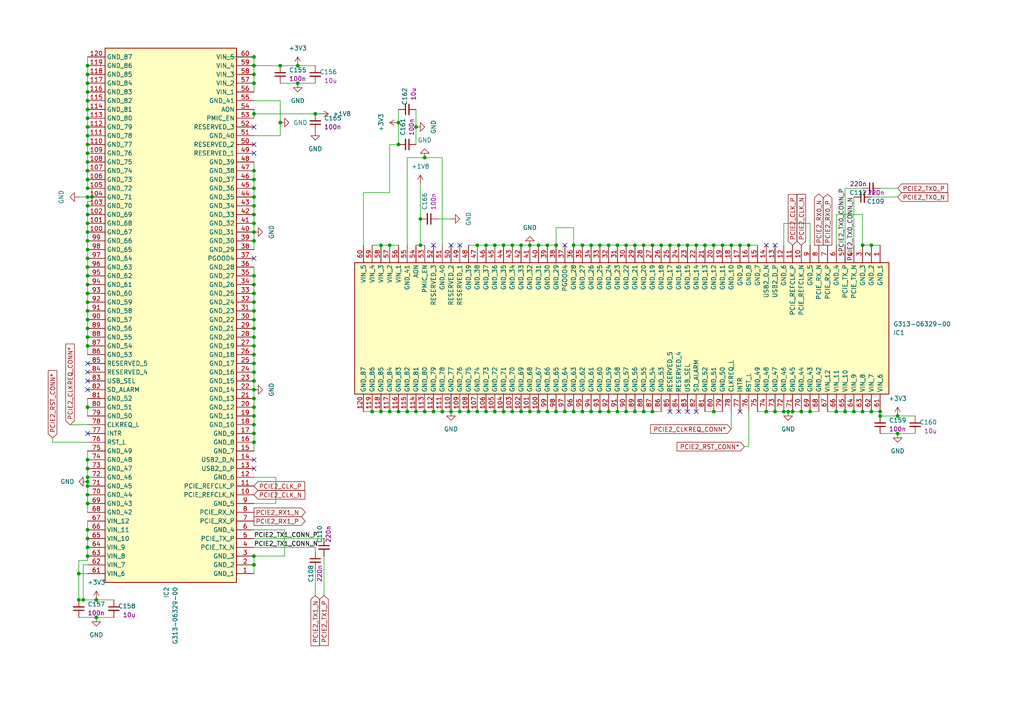
<source format=kicad_sch>
(kicad_sch (version 20231120) (generator "eeschema") (generator_version "8.0")
  (paper "A4")
  (lib_symbols
    (symbol "SamacSys_Parts:G313-06329-00"
      (property "Reference" "IC" (at 44.45 7.62 0))
      (property "Value" "G313-06329-00" (at 44.45 5.08 0))
      (symbol "G313-06329-00_1_1"
        (rectangle (start 5.08 2.54) (end 43.18 -152.4) (stroke (width 0.254)) (fill (type background)))
        (pin passive line (at 0 0 0) (length 5.08) (name "GND_1") (number "1"))
        (pin passive line (at 0 -22.86 0) (length 5.08) (name "PCIE_REFCLK_N") (number "10"))
        (pin passive line (at 48.26 -99.06 180) (length 5.08) (name "GND_67") (number "100"))
        (pin passive line (at 48.26 -101.6 180) (length 5.08) (name "GND_68") (number "101"))
        (pin passive line (at 48.26 -104.14 180) (length 5.08) (name "GND_69") (number "102"))
        (pin passive line (at 48.26 -106.68 180) (length 5.08) (name "GND_70") (number "103"))
        (pin passive line (at 48.26 -109.22 180) (length 5.08) (name "GND_71") (number "104"))
        (pin passive line (at 48.26 -111.76 180) (length 5.08) (name "GND_72") (number "105"))
        (pin passive line (at 48.26 -114.3 180) (length 5.08) (name "GND_73") (number "106"))
        (pin passive line (at 48.26 -116.84 180) (length 5.08) (name "GND_74") (number "107"))
        (pin passive line (at 48.26 -119.38 180) (length 5.08) (name "GND_75") (number "108"))
        (pin passive line (at 48.26 -121.92 180) (length 5.08) (name "GND_76") (number "109"))
        (pin passive line (at 0 -25.4 0) (length 5.08) (name "PCIE_REFCLK_P") (number "11"))
        (pin passive line (at 48.26 -124.46 180) (length 5.08) (name "GND_77") (number "110"))
        (pin passive line (at 48.26 -127 180) (length 5.08) (name "GND_78") (number "111"))
        (pin passive line (at 48.26 -129.54 180) (length 5.08) (name "GND_79") (number "112"))
        (pin passive line (at 48.26 -132.08 180) (length 5.08) (name "GND_80") (number "113"))
        (pin passive line (at 48.26 -134.62 180) (length 5.08) (name "GND_81") (number "114"))
        (pin passive line (at 48.26 -137.16 180) (length 5.08) (name "GND_82") (number "115"))
        (pin passive line (at 48.26 -139.7 180) (length 5.08) (name "GND_83") (number "116"))
        (pin passive line (at 48.26 -142.24 180) (length 5.08) (name "GND_84") (number "117"))
        (pin passive line (at 48.26 -144.78 180) (length 5.08) (name "GND_85") (number "118"))
        (pin passive line (at 48.26 -147.32 180) (length 5.08) (name "GND_86") (number "119"))
        (pin passive line (at 0 -27.94 0) (length 5.08) (name "GND_6") (number "12"))
        (pin passive line (at 48.26 -149.86 180) (length 5.08) (name "GND_87") (number "120"))
        (pin passive line (at 0 -30.48 0) (length 5.08) (name "USB2_D_P") (number "13"))
        (pin passive line (at 0 -33.02 0) (length 5.08) (name "USB2_D_N") (number "14"))
        (pin passive line (at 0 -35.56 0) (length 5.08) (name "GND_7") (number "15"))
        (pin passive line (at 0 -38.1 0) (length 5.08) (name "GND_8") (number "16"))
        (pin passive line (at 0 -40.64 0) (length 5.08) (name "GND_9") (number "17"))
        (pin passive line (at 0 -43.18 0) (length 5.08) (name "GND_10") (number "18"))
        (pin passive line (at 0 -45.72 0) (length 5.08) (name "GND_11") (number "19"))
        (pin passive line (at 0 -2.54 0) (length 5.08) (name "GND_2") (number "2"))
        (pin passive line (at 0 -48.26 0) (length 5.08) (name "GND_12") (number "20"))
        (pin passive line (at 0 -50.8 0) (length 5.08) (name "GND_13") (number "21"))
        (pin passive line (at 0 -53.34 0) (length 5.08) (name "GND_14") (number "22"))
        (pin passive line (at 0 -55.88 0) (length 5.08) (name "GND_15") (number "23"))
        (pin passive line (at 0 -58.42 0) (length 5.08) (name "GND_16") (number "24"))
        (pin passive line (at 0 -60.96 0) (length 5.08) (name "GND_17") (number "25"))
        (pin passive line (at 0 -63.5 0) (length 5.08) (name "GND_18") (number "26"))
        (pin passive line (at 0 -66.04 0) (length 5.08) (name "GND_19") (number "27"))
        (pin passive line (at 0 -68.58 0) (length 5.08) (name "GND_20") (number "28"))
        (pin passive line (at 0 -71.12 0) (length 5.08) (name "GND_21") (number "29"))
        (pin passive line (at 0 -5.08 0) (length 5.08) (name "GND_3") (number "3"))
        (pin passive line (at 0 -73.66 0) (length 5.08) (name "GND_22") (number "30"))
        (pin passive line (at 0 -76.2 0) (length 5.08) (name "GND_23") (number "31"))
        (pin passive line (at 0 -78.74 0) (length 5.08) (name "GND_24") (number "32"))
        (pin passive line (at 0 -81.28 0) (length 5.08) (name "GND_25") (number "33"))
        (pin passive line (at 0 -83.82 0) (length 5.08) (name "GND_26") (number "34"))
        (pin passive line (at 0 -86.36 0) (length 5.08) (name "GND_27") (number "35"))
        (pin passive line (at 0 -88.9 0) (length 5.08) (name "GND_28") (number "36"))
        (pin passive line (at 0 -91.44 0) (length 5.08) (name "PGOOD4") (number "37"))
        (pin passive line (at 0 -93.98 0) (length 5.08) (name "GND_29") (number "38"))
        (pin passive line (at 0 -96.52 0) (length 5.08) (name "GND_30") (number "39"))
        (pin passive line (at 0 -7.62 0) (length 5.08) (name "PCIE_TX_N") (number "4"))
        (pin passive line (at 0 -99.06 0) (length 5.08) (name "GND_31") (number "40"))
        (pin passive line (at 0 -101.6 0) (length 5.08) (name "GND_32") (number "41"))
        (pin passive line (at 0 -104.14 0) (length 5.08) (name "GND_33") (number "42"))
        (pin passive line (at 0 -106.68 0) (length 5.08) (name "GND_34") (number "43"))
        (pin passive line (at 0 -109.22 0) (length 5.08) (name "GND_35") (number "44"))
        (pin passive line (at 0 -111.76 0) (length 5.08) (name "GND_36") (number "45"))
        (pin passive line (at 0 -114.3 0) (length 5.08) (name "GND_37") (number "46"))
        (pin passive line (at 0 -116.84 0) (length 5.08) (name "GND_38") (number "47"))
        (pin passive line (at 0 -119.38 0) (length 5.08) (name "GND_39") (number "48"))
        (pin passive line (at 0 -121.92 0) (length 5.08) (name "RESERVED_1") (number "49"))
        (pin passive line (at 0 -10.16 0) (length 5.08) (name "PCIE_TX_P") (number "5"))
        (pin passive line (at 0 -124.46 0) (length 5.08) (name "RESERVED_2") (number "50"))
        (pin passive line (at 0 -127 0) (length 5.08) (name "GND_40") (number "51"))
        (pin passive line (at 0 -129.54 0) (length 5.08) (name "RESERVED_3") (number "52"))
        (pin passive line (at 0 -132.08 0) (length 5.08) (name "PMIC_EN") (number "53"))
        (pin passive line (at 0 -134.62 0) (length 5.08) (name "AON") (number "54"))
        (pin passive line (at 0 -137.16 0) (length 5.08) (name "GND_41") (number "55"))
        (pin passive line (at 0 -139.7 0) (length 5.08) (name "VIN_1") (number "56"))
        (pin passive line (at 0 -142.24 0) (length 5.08) (name "VIN_2") (number "57"))
        (pin passive line (at 0 -144.78 0) (length 5.08) (name "VIN_3") (number "58"))
        (pin passive line (at 0 -147.32 0) (length 5.08) (name "VIN_4") (number "59"))
        (pin passive line (at 0 -12.7 0) (length 5.08) (name "GND_4") (number "6"))
        (pin passive line (at 0 -149.86 0) (length 5.08) (name "VIN_5") (number "60"))
        (pin passive line (at 48.26 0 180) (length 5.08) (name "VIN_6") (number "61"))
        (pin passive line (at 48.26 -2.54 180) (length 5.08) (name "VIN_7") (number "62"))
        (pin passive line (at 48.26 -5.08 180) (length 5.08) (name "VIN_8") (number "63"))
        (pin passive line (at 48.26 -7.62 180) (length 5.08) (name "VIN_9") (number "64"))
        (pin passive line (at 48.26 -10.16 180) (length 5.08) (name "VIN_10") (number "65"))
        (pin passive line (at 48.26 -12.7 180) (length 5.08) (name "VIN_11") (number "66"))
        (pin passive line (at 48.26 -15.24 180) (length 5.08) (name "VIN_12") (number "67"))
        (pin passive line (at 48.26 -17.78 180) (length 5.08) (name "GND_42") (number "68"))
        (pin passive line (at 48.26 -20.32 180) (length 5.08) (name "GND_43") (number "69"))
        (pin passive line (at 0 -15.24 0) (length 5.08) (name "PCIE_RX_P") (number "7"))
        (pin passive line (at 48.26 -22.86 180) (length 5.08) (name "GND_44") (number "70"))
        (pin passive line (at 48.26 -25.4 180) (length 5.08) (name "GND_45") (number "71"))
        (pin passive line (at 48.26 -27.94 180) (length 5.08) (name "GND_46") (number "72"))
        (pin passive line (at 48.26 -30.48 180) (length 5.08) (name "GND_47") (number "73"))
        (pin passive line (at 48.26 -33.02 180) (length 5.08) (name "GND_48") (number "74"))
        (pin passive line (at 48.26 -35.56 180) (length 5.08) (name "GND_49") (number "75"))
        (pin passive line (at 48.26 -38.1 180) (length 5.08) (name "RST_L") (number "76"))
        (pin passive line (at 48.26 -40.64 180) (length 5.08) (name "INTR") (number "77"))
        (pin passive line (at 48.26 -43.18 180) (length 5.08) (name "CLKREQ_L") (number "78"))
        (pin passive line (at 48.26 -45.72 180) (length 5.08) (name "GND_50") (number "79"))
        (pin passive line (at 0 -17.78 0) (length 5.08) (name "PCIE_RX_N") (number "8"))
        (pin passive line (at 48.26 -48.26 180) (length 5.08) (name "GND_51") (number "80"))
        (pin passive line (at 48.26 -50.8 180) (length 5.08) (name "GND_52") (number "81"))
        (pin passive line (at 48.26 -53.34 180) (length 5.08) (name "SD_ALARM") (number "82"))
        (pin passive line (at 48.26 -55.88 180) (length 5.08) (name "USB_SEL") (number "83"))
        (pin passive line (at 48.26 -58.42 180) (length 5.08) (name "RESERVED_4") (number "84"))
        (pin passive line (at 48.26 -60.96 180) (length 5.08) (name "RESERVED_5") (number "85"))
        (pin passive line (at 48.26 -63.5 180) (length 5.08) (name "GND_53") (number "86"))
        (pin passive line (at 48.26 -66.04 180) (length 5.08) (name "GND_54") (number "87"))
        (pin passive line (at 48.26 -68.58 180) (length 5.08) (name "GND_55") (number "88"))
        (pin passive line (at 48.26 -71.12 180) (length 5.08) (name "GND_56") (number "89"))
        (pin passive line (at 0 -20.32 0) (length 5.08) (name "GND_5") (number "9"))
        (pin passive line (at 48.26 -73.66 180) (length 5.08) (name "GND_57") (number "90"))
        (pin passive line (at 48.26 -76.2 180) (length 5.08) (name "GND_58") (number "91"))
        (pin passive line (at 48.26 -78.74 180) (length 5.08) (name "GND_59") (number "92"))
        (pin passive line (at 48.26 -81.28 180) (length 5.08) (name "GND_60") (number "93"))
        (pin passive line (at 48.26 -83.82 180) (length 5.08) (name "GND_61") (number "94"))
        (pin passive line (at 48.26 -86.36 180) (length 5.08) (name "GND_62") (number "95"))
        (pin passive line (at 48.26 -88.9 180) (length 5.08) (name "GND_63") (number "96"))
        (pin passive line (at 48.26 -91.44 180) (length 5.08) (name "GND_64") (number "97"))
        (pin passive line (at 48.26 -93.98 180) (length 5.08) (name "GND_65") (number "98"))
        (pin passive line (at 48.26 -96.52 180) (length 5.08) (name "GND_66") (number "99"))
      )
    )
    (symbol "jetson-orin-baseboard:+3V3" (power) (pin_numbers hide) (pin_names hide)
      (property "Value" "+3V3" (at -3.175 2.54 0))
      (symbol "+3V3_0_1"
        (polyline (pts (xy 0 0) (xy 0 2.54)))
        (polyline (pts (xy 0 2.54) (xy -0.762 1.27)))
        (polyline (pts (xy 0 2.54) (xy 0.762 1.27)))
      )
      (symbol "+3V3_1_1"
        (pin power_in line (at 0 0 90) (length 0) hide (name "+3V3") (number "1"))
      )
    )
    (symbol "jetson-orin-baseboard:C_100n_0402" (pin_numbers hide) (pin_names hide)
      (property "Reference" "C" (at 20.32 -5.08 0))
      (property "Val" "100n" (at 20.32 -7.62 0))
      (symbol "C_100n_0402_0_1"
        (polyline (pts (xy 2.032 -1.524) (xy 2.032 1.524)) (stroke (width 0.3048)))
        (polyline (pts (xy 3.048 -1.524) (xy 3.048 1.524)) (stroke (width 0.3302)))
      )
      (symbol "C_100n_0402_1_1"
        (pin passive line (at 0 0 0) (length 2.032) (name "~") (number "1"))
        (pin passive line (at 5.08 0 180) (length 2.032) (name "~") (number "2"))
      )
    )
    (symbol "jetson-orin-baseboard:C_10u_0603" (pin_numbers hide) (pin_names hide)
      (property "Reference" "C" (at 20.32 -5.08 0))
      (property "Val" "10u" (at 20.32 -7.62 0))
      (symbol "C_10u_0603_0_1"
        (polyline (pts (xy 2.032 -1.524) (xy 2.032 1.524)) (stroke (width 0.3048)))
        (polyline (pts (xy 3.048 -1.524) (xy 3.048 1.524)) (stroke (width 0.3302)))
      )
      (symbol "C_10u_0603_1_1"
        (pin passive line (at 0 0 0) (length 2.032) (name "~") (number "1"))
        (pin passive line (at 5.08 0 180) (length 2.032) (name "~") (number "2"))
      )
    )
    (symbol "jetson-orin-baseboard:C_220n_0402" (pin_numbers hide) (pin_names hide)
      (property "Reference" "C" (at 20.32 -5.08 0))
      (property "Val" "220n" (at 20.32 -7.62 0))
      (symbol "C_220n_0402_0_1"
        (polyline (pts (xy 2.032 -1.524) (xy 2.032 1.524)) (stroke (width 0.3048)))
        (polyline (pts (xy 3.048 -1.524) (xy 3.048 1.524)) (stroke (width 0.3302)))
      )
      (symbol "C_220n_0402_1_1"
        (pin passive line (at 0 0 0) (length 2.032) (name "~") (number "1"))
        (pin passive line (at 5.08 0 180) (length 2.032) (name "~") (number "2"))
      )
    )
    (symbol "power:+1V8" (power) (pin_numbers hide) (pin_names (offset 0) hide)
      (property "Value" "+1V8" (at 0 3.556 0))
      (symbol "+1V8_0_1"
        (polyline (pts (xy -0.762 1.27) (xy 0 2.54)))
        (polyline (pts (xy 0 0) (xy 0 2.54)))
        (polyline (pts (xy 0 2.54) (xy 0.762 1.27)))
      )
      (symbol "+1V8_1_1"
        (pin power_in line (at 0 0 90) (length 0) (name "~") (number "1"))
      )
    )
    (symbol "power:GND" (power) (pin_numbers hide) (pin_names (offset 0) hide)
      (property "Value" "GND" (at 0 -3.81 0))
      (symbol "GND_0_1"
        (polyline (pts (xy 0 0) (xy 0 -1.27) (xy 1.27 -1.27) (xy 0 -2.54) (xy -1.27 -1.27) (xy 0 -1.27)))
      )
      (symbol "GND_1_1"
        (pin power_in line (at 0 0 270) (length 0) (name "~") (number "1"))
      )
    )
  )
  (junction (at 73.66 90.17))
  (junction (at 24.13 173.99))
  (junction (at 148.59 119.38))
  (junction (at 25.4 34.29))
  (junction (at 73.66 19.05))
  (junction (at 176.53 71.12))
  (junction (at 25.4 41.91))
  (junction (at 25.4 69.85))
  (junction (at 25.4 52.07))
  (junction (at 168.91 71.12))
  (junction (at 86.36 19.05))
  (junction (at 189.23 71.12))
  (junction (at 252.73 71.12))
  (junction (at 133.35 119.38))
  (junction (at 242.57 119.38))
  (junction (at 176.53 119.38))
  (junction (at 25.4 146.05))
  (junction (at 73.66 87.63))
  (junction (at 73.66 113.03))
  (junction (at 25.4 19.05))
  (junction (at 227.33 119.38))
  (junction (at 107.95 119.38))
  (junction (at 204.47 71.12))
  (junction (at 260.35 125.73))
  (junction (at 140.97 71.12))
  (junction (at 73.66 161.29))
  (junction (at 143.51 119.38))
  (junction (at 25.4 87.63))
  (junction (at 25.4 95.25))
  (junction (at 118.11 119.38))
  (junction (at 252.73 119.38))
  (junction (at 228.6 119.38))
  (junction (at 25.4 153.67))
  (junction (at 173.99 71.12))
  (junction (at 217.17 71.12))
  (junction (at 25.4 29.21))
  (junction (at 25.4 161.29))
  (junction (at 115.57 41.91))
  (junction (at 161.29 71.12))
  (junction (at 151.13 119.38))
  (junction (at 151.13 71.12))
  (junction (at 22.86 173.99))
  (junction (at 138.43 71.12))
  (junction (at 73.66 97.79))
  (junction (at 73.66 95.25))
  (junction (at 146.05 119.38))
  (junction (at 25.4 100.33))
  (junction (at 194.31 71.12))
  (junction (at 234.95 119.38))
  (junction (at 214.63 71.12))
  (junction (at 73.66 163.83))
  (junction (at 25.4 140.97))
  (junction (at 73.66 59.69))
  (junction (at 120.65 36.83))
  (junction (at 260.35 120.65))
  (junction (at 25.4 138.43))
  (junction (at 158.75 71.12))
  (junction (at 25.4 80.01))
  (junction (at 207.01 71.12))
  (junction (at 25.4 97.79))
  (junction (at 25.4 135.89))
  (junction (at 181.61 71.12))
  (junction (at 25.4 64.77))
  (junction (at 212.09 71.12))
  (junction (at 181.61 119.38))
  (junction (at 22.86 166.37))
  (junction (at 201.93 71.12))
  (junction (at 25.4 59.69))
  (junction (at 25.4 31.75))
  (junction (at 73.66 80.01))
  (junction (at 73.66 21.59))
  (junction (at 123.19 45.72))
  (junction (at 25.4 46.99))
  (junction (at 27.94 173.99))
  (junction (at 245.11 119.38))
  (junction (at 113.03 119.38))
  (junction (at 25.4 72.39))
  (junction (at 110.49 119.38))
  (junction (at 73.66 128.27))
  (junction (at 140.97 119.38))
  (junction (at 196.85 71.12))
  (junction (at 184.15 71.12))
  (junction (at 247.65 119.38))
  (junction (at 73.66 49.53))
  (junction (at 25.4 90.17))
  (junction (at 250.19 119.38))
  (junction (at 143.51 71.12))
  (junction (at 161.29 119.38))
  (junction (at 91.44 33.02))
  (junction (at 73.66 69.85))
  (junction (at 115.57 119.38))
  (junction (at 130.81 119.38))
  (junction (at 168.91 119.38))
  (junction (at 27.94 179.07))
  (junction (at 73.66 125.73))
  (junction (at 189.23 119.38))
  (junction (at 153.67 71.12))
  (junction (at 158.75 119.38))
  (junction (at 73.66 118.11))
  (junction (at 26.67 57.15))
  (junction (at 125.73 119.38))
  (junction (at 209.55 71.12))
  (junction (at 25.4 118.11))
  (junction (at 73.66 33.02))
  (junction (at 25.4 54.61))
  (junction (at 110.49 71.12))
  (junction (at 207.01 119.38))
  (junction (at 186.69 119.38))
  (junction (at 25.4 57.15))
  (junction (at 73.66 105.41))
  (junction (at 25.4 36.83))
  (junction (at 25.4 44.45))
  (junction (at 73.66 82.55))
  (junction (at 25.4 62.23))
  (junction (at 166.37 71.12))
  (junction (at 250.19 71.12))
  (junction (at 25.4 92.71))
  (junction (at 81.28 19.05))
  (junction (at 173.99 119.38))
  (junction (at 81.28 35.56))
  (junction (at 184.15 119.38))
  (junction (at 135.89 119.38))
  (junction (at 121.92 71.12))
  (junction (at 123.19 119.38))
  (junction (at 25.4 26.67))
  (junction (at 148.59 71.12))
  (junction (at 121.92 63.5))
  (junction (at 224.79 119.38))
  (junction (at 73.66 52.07))
  (junction (at 25.4 139.7))
  (junction (at 179.07 119.38))
  (junction (at 73.66 16.51))
  (junction (at 232.41 119.38))
  (junction (at 73.66 24.13))
  (junction (at 73.66 107.95))
  (junction (at 156.21 119.38))
  (junction (at 25.4 67.31))
  (junction (at 25.4 77.47))
  (junction (at 25.4 49.53))
  (junction (at 73.66 110.49))
  (junction (at 146.05 71.12))
  (junction (at 222.25 119.38))
  (junction (at 25.4 158.75))
  (junction (at 171.45 71.12))
  (junction (at 156.21 71.12))
  (junction (at 73.66 100.33))
  (junction (at 25.4 21.59))
  (junction (at 25.4 39.37))
  (junction (at 73.66 115.57))
  (junction (at 73.66 120.65))
  (junction (at 25.4 74.93))
  (junction (at 73.66 62.23))
  (junction (at 73.66 57.15))
  (junction (at 138.43 119.38))
  (junction (at 73.66 92.71))
  (junction (at 73.66 64.77))
  (junction (at 186.69 71.12))
  (junction (at 128.27 119.38))
  (junction (at 153.67 119.38))
  (junction (at 25.4 156.21))
  (junction (at 163.83 119.38))
  (junction (at 73.66 54.61))
  (junction (at 73.66 102.87))
  (junction (at 229.87 119.38))
  (junction (at 86.36 24.13))
  (junction (at 115.57 35.56))
  (junction (at 171.45 119.38))
  (junction (at 25.4 85.09))
  (junction (at 113.03 71.12))
  (junction (at 191.77 71.12))
  (junction (at 73.66 67.31))
  (junction (at 255.27 119.38))
  (junction (at 25.4 24.13))
  (junction (at 25.4 82.55))
  (junction (at 166.37 119.38))
  (junction (at 73.66 85.09))
  (junction (at 179.07 71.12))
  (junction (at 25.4 133.35))
  (junction (at 73.66 123.19))
  (junction (at 255.27 120.65))
  (junction (at 25.4 143.51))
  (junction (at 120.65 119.38))
  (junction (at 199.39 71.12))
  (no_connect (at 73.66 133.35))
  (no_connect (at 194.31 119.38))
  (no_connect (at 201.93 119.38))
  (no_connect (at 25.4 105.41))
  (no_connect (at 73.66 74.93))
  (no_connect (at 73.66 36.83))
  (no_connect (at 133.35 71.12))
  (no_connect (at 214.63 119.38))
  (no_connect (at 73.66 41.91))
  (no_connect (at 25.4 107.95))
  (no_connect (at 25.4 113.03))
  (no_connect (at 222.25 71.12))
  (no_connect (at 73.66 135.89))
  (no_connect (at 25.4 110.49))
  (no_connect (at 125.73 71.12))
  (no_connect (at 224.79 71.12))
  (no_connect (at 130.81 71.12))
  (no_connect (at 25.4 125.73))
  (no_connect (at 196.85 119.38))
  (no_connect (at 163.83 71.12))
  (no_connect (at 73.66 44.45))
  (no_connect (at 199.39 119.38))
  (wire (pts (xy 168.91 71.12) (xy 166.37 71.12)))
  (wire (pts (xy 73.66 21.59) (xy 73.66 24.13)))
  (wire (pts (xy 25.4 87.63) (xy 25.4 85.09)))
  (wire (pts (xy 115.57 71.12) (xy 113.03 71.12)))
  (wire (pts (xy 25.4 140.97) (xy 25.4 139.7)))
  (wire (pts (xy 25.4 24.13) (xy 25.4 21.59)))
  (wire (pts (xy 25.4 100.33) (xy 25.4 97.79)))
  (wire (pts (xy 107.95 119.38) (xy 105.41 119.38)))
  (wire (pts (xy 73.66 57.15) (xy 73.66 54.61)))
  (wire (pts (xy 25.4 62.23) (xy 25.4 59.69)))
  (wire (pts (xy 86.36 19.05) (xy 91.44 19.05)))
  (wire (pts (xy 255.27 71.12) (xy 252.73 71.12)))
  (wire (pts (xy 25.4 19.05) (xy 25.4 16.51)))
  (wire (pts (xy 15.24 128.27) (xy 15.24 127)))
  (wire (pts (xy 73.66 102.87) (xy 73.66 100.33)))
  (wire (pts (xy 64.77 16.51) (xy 73.66 16.51)))
  (wire (pts (xy 25.4 21.59) (xy 25.4 19.05)))
  (wire (pts (xy 151.13 71.12) (xy 148.59 71.12)))
  (wire (pts (xy 25.4 67.31) (xy 25.4 64.77)))
  (wire (pts (xy 140.97 71.12) (xy 138.43 71.12)))
  (wire (pts (xy 92.71 33.02) (xy 91.44 33.02)))
  (wire (pts (xy 166.37 66.04) (xy 166.37 71.12)))
  (wire (pts (xy 25.4 29.21) (xy 25.4 26.67)))
  (wire (pts (xy 25.4 158.75) (xy 25.4 156.21)))
  (wire (pts (xy 20.32 123.19) (xy 25.4 123.19)))
  (wire (pts (xy 113.03 71.12) (xy 110.49 71.12)))
  (wire (pts (xy 25.4 77.47) (xy 25.4 74.93)))
  (wire (pts (xy 25.4 85.09) (xy 25.4 82.55)))
  (wire (pts (xy 25.4 128.27) (xy 15.24 128.27)))
  (wire (pts (xy 191.77 119.38) (xy 189.23 119.38)))
  (wire (pts (xy 73.66 128.27) (xy 73.66 125.73)))
  (wire (pts (xy 184.15 119.38) (xy 181.61 119.38)))
  (wire (pts (xy 128.27 45.72) (xy 123.19 45.72)))
  (wire (pts (xy 73.66 138.43) (xy 80.01 138.43)))
  (wire (pts (xy 163.83 119.38) (xy 161.29 119.38)))
  (wire (pts (xy 25.4 80.01) (xy 25.4 77.47)))
  (wire (pts (xy 25.4 162.56) (xy 25.4 161.29)))
  (wire (pts (xy 22.86 166.37) (xy 22.86 173.99)))
  (wire (pts (xy 25.4 36.83) (xy 25.4 34.29)))
  (wire (pts (xy 80.01 146.05) (xy 73.66 146.05)))
  (wire (pts (xy 255.27 125.73) (xy 260.35 125.73)))
  (wire (pts (xy 25.4 139.7) (xy 25.4 138.43)))
  (wire (pts (xy 146.05 119.38) (xy 143.51 119.38)))
  (wire (pts (xy 161.29 66.04) (xy 161.29 71.12)))
  (wire (pts (xy 73.66 107.95) (xy 73.66 105.41)))
  (wire (pts (xy 25.4 31.75) (xy 25.4 29.21)))
  (wire (pts (xy 25.4 54.61) (xy 25.4 52.07)))
  (wire (pts (xy 25.4 135.89) (xy 25.4 133.35)))
  (wire (pts (xy 118.11 45.72) (xy 118.11 71.12)))
  (wire (pts (xy 212.09 71.12) (xy 209.55 71.12)))
  (wire (pts (xy 73.66 130.81) (xy 73.66 128.27)))
  (wire (pts (xy 25.4 153.67) (xy 25.4 151.13)))
  (wire (pts (xy 27.94 173.99) (xy 33.02 173.99)))
  (wire (pts (xy 25.4 90.17) (xy 25.4 87.63)))
  (wire (pts (xy 171.45 119.38) (xy 168.91 119.38)))
  (wire (pts (xy 73.66 87.63) (xy 73.66 85.09)))
  (wire (pts (xy 73.66 125.73) (xy 73.66 123.19)))
  (wire (pts (xy 260.35 54.61) (xy 255.27 54.61)))
  (wire (pts (xy 25.4 138.43) (xy 25.4 135.89)))
  (wire (pts (xy 173.99 119.38) (xy 171.45 119.38)))
  (wire (pts (xy 179.07 71.12) (xy 176.53 71.12)))
  (wire (pts (xy 252.73 71.12) (xy 250.19 71.12)))
  (wire (pts (xy 227.33 64.77) (xy 234.95 64.77)))
  (wire (pts (xy 73.66 92.71) (xy 73.66 90.17)))
  (wire (pts (xy 234.95 64.77) (xy 234.95 71.12)))
  (wire (pts (xy 121.92 53.34) (xy 121.92 63.5)))
  (wire (pts (xy 207.01 119.38) (xy 204.47 119.38)))
  (wire (pts (xy 140.97 119.38) (xy 138.43 119.38)))
  (wire (pts (xy 81.28 19.05) (xy 86.36 19.05)))
  (wire (pts (xy 93.98 172.72) (xy 93.98 161.29)))
  (wire (pts (xy 24.13 173.99) (xy 27.94 173.99)))
  (wire (pts (xy 194.31 71.12) (xy 191.77 71.12)))
  (wire (pts (xy 25.4 133.35) (xy 25.4 130.81)))
  (wire (pts (xy 260.35 120.65) (xy 265.43 120.65)))
  (wire (pts (xy 24.13 163.83) (xy 25.4 163.83)))
  (wire (pts (xy 153.67 119.38) (xy 151.13 119.38)))
  (wire (pts (xy 91.44 33.02) (xy 73.66 33.02)))
  (wire (pts (xy 22.86 166.37) (xy 25.4 166.37)))
  (wire (pts (xy 73.66 85.09) (xy 73.66 82.55)))
  (wire (pts (xy 260.35 125.73) (xy 265.43 125.73)))
  (wire (pts (xy 73.66 69.85) (xy 73.66 67.31)))
  (wire (pts (xy 24.13 173.99) (xy 24.13 163.83)))
  (wire (pts (xy 146.05 71.12) (xy 143.51 71.12)))
  (wire (pts (xy 25.4 102.87) (xy 25.4 100.33)))
  (wire (pts (xy 209.55 71.12) (xy 207.01 71.12)))
  (wire (pts (xy 73.66 52.07) (xy 73.66 49.53)))
  (wire (pts (xy 26.67 57.15) (xy 25.4 57.15)))
  (wire (pts (xy 250.19 54.61) (xy 245.11 54.61)))
  (wire (pts (xy 153.67 71.12) (xy 151.13 71.12)))
  (wire (pts (xy 25.4 52.07) (xy 25.4 49.53)))
  (wire (pts (xy 22.86 162.56) (xy 25.4 162.56)))
  (wire (pts (xy 234.95 119.38) (xy 232.41 119.38)))
  (wire (pts (xy 189.23 71.12) (xy 186.69 71.12)))
  (wire (pts (xy 73.66 33.02) (xy 73.66 34.29)))
  (wire (pts (xy 252.73 119.38) (xy 255.27 119.38)))
  (wire (pts (xy 217.17 71.12) (xy 214.63 71.12)))
  (wire (pts (xy 80.01 138.43) (xy 80.01 146.05)))
  (wire (pts (xy 130.81 63.5) (xy 127 63.5)))
  (wire (pts (xy 250.19 71.12) (xy 250.19 62.23)))
  (wire (pts (xy 176.53 119.38) (xy 173.99 119.38)))
  (wire (pts (xy 228.6 119.38) (xy 227.33 119.38)))
  (wire (pts (xy 166.37 66.04) (xy 161.29 66.04)))
  (wire (pts (xy 158.75 119.38) (xy 156.21 119.38)))
  (wire (pts (xy 186.69 71.12) (xy 184.15 71.12)))
  (wire (pts (xy 73.66 54.61) (xy 73.66 52.07)))
  (wire (pts (xy 73.66 67.31) (xy 73.66 64.77)))
  (wire (pts (xy 25.4 44.45) (xy 25.4 41.91)))
  (wire (pts (xy 123.19 45.72) (xy 118.11 45.72)))
  (wire (pts (xy 73.66 123.19) (xy 73.66 120.65)))
  (wire (pts (xy 110.49 71.12) (xy 107.95 71.12)))
  (wire (pts (xy 25.4 148.59) (xy 25.4 146.05)))
  (wire (pts (xy 73.66 158.75) (xy 91.44 158.75)))
  (wire (pts (xy 120.65 36.83) (xy 120.65 31.75)))
  (wire (pts (xy 73.66 64.77) (xy 73.66 62.23)))
  (wire (pts (xy 181.61 119.38) (xy 179.07 119.38)))
  (wire (pts (xy 130.81 119.38) (xy 128.27 119.38)))
  (wire (pts (xy 73.66 95.25) (xy 73.66 92.71)))
  (wire (pts (xy 91.44 172.72) (xy 91.44 165.1)))
  (wire (pts (xy 73.66 161.29) (xy 82.55 161.29)))
  (wire (pts (xy 81.28 24.13) (xy 86.36 24.13)))
  (wire (pts (xy 25.4 120.65) (xy 25.4 118.11)))
  (wire (pts (xy 25.4 118.11) (xy 25.4 115.57)))
  (wire (pts (xy 25.4 72.39) (xy 25.4 69.85)))
  (wire (pts (xy 22.86 179.07) (xy 27.94 179.07)))
  (wire (pts (xy 143.51 71.12) (xy 140.97 71.12)))
  (wire (pts (xy 73.66 120.65) (xy 73.66 118.11)))
  (wire (pts (xy 73.66 118.11) (xy 73.66 115.57)))
  (wire (pts (xy 121.92 71.12) (xy 123.19 71.12)))
  (wire (pts (xy 73.66 80.01) (xy 73.66 77.47)))
  (wire (pts (xy 25.4 49.53) (xy 25.4 46.99)))
  (wire (pts (xy 148.59 71.12) (xy 146.05 71.12)))
  (wire (pts (xy 179.07 119.38) (xy 176.53 119.38)))
  (wire (pts (xy 73.66 62.23) (xy 73.66 59.69)))
  (wire (pts (xy 156.21 119.38) (xy 153.67 119.38)))
  (wire (pts (xy 25.4 69.85) (xy 25.4 67.31)))
  (wire (pts (xy 189.23 119.38) (xy 186.69 119.38)))
  (wire (pts (xy 86.36 24.13) (xy 91.44 24.13)))
  (wire (pts (xy 204.47 71.12) (xy 201.93 71.12)))
  (wire (pts (xy 212.09 124.46) (xy 212.09 119.38)))
  (wire (pts (xy 120.65 41.91) (xy 120.65 36.83)))
  (wire (pts (xy 245.11 71.12) (xy 245.11 54.61)))
  (wire (pts (xy 73.66 19.05) (xy 73.66 16.51)))
  (wire (pts (xy 121.92 63.5) (xy 121.92 71.12)))
  (wire (pts (xy 81.28 39.37) (xy 81.28 35.56)))
  (wire (pts (xy 113.03 41.91) (xy 115.57 41.91)))
  (wire (pts (xy 196.85 71.12) (xy 194.31 71.12)))
  (wire (pts (xy 25.4 82.55) (xy 25.4 80.01)))
  (wire (pts (xy 25.4 46.99) (xy 25.4 44.45)))
  (wire (pts (xy 113.03 55.88) (xy 105.41 55.88)))
  (wire (pts (xy 25.4 58.42) (xy 25.4 59.69)))
  (wire (pts (xy 113.03 55.88) (xy 113.03 41.91)))
  (wire (pts (xy 173.99 71.12) (xy 171.45 71.12)))
  (wire (pts (xy 22.86 166.37) (xy 22.86 162.56)))
  (wire (pts (xy 73.66 49.53) (xy 73.66 46.99)))
  (wire (pts (xy 73.66 166.37) (xy 73.66 163.83)))
  (wire (pts (xy 91.44 158.75) (xy 91.44 160.02)))
  (wire (pts (xy 123.19 119.38) (xy 120.65 119.38)))
  (wire (pts (xy 255.27 119.38) (xy 255.27 120.65)))
  (wire (pts (xy 105.41 55.88) (xy 105.41 71.12)))
  (wire (pts (xy 166.37 119.38) (xy 163.83 119.38)))
  (wire (pts (xy 25.4 92.71) (xy 25.4 90.17)))
  (wire (pts (xy 209.55 119.38) (xy 207.01 119.38)))
  (wire (pts (xy 25.4 146.05) (xy 25.4 143.51)))
  (wire (pts (xy 73.66 59.69) (xy 73.66 57.15)))
  (wire (pts (xy 73.66 153.67) (xy 82.55 153.67)))
  (wire (pts (xy 73.66 39.37) (xy 81.28 39.37)))
  (wire (pts (xy 73.66 105.41) (xy 73.66 102.87)))
  (wire (pts (xy 26.67 58.42) (xy 25.4 58.42)))
  (wire (pts (xy 186.69 119.38) (xy 184.15 119.38)))
  (wire (pts (xy 207.01 71.12) (xy 204.47 71.12)))
  (wire (pts (xy 161.29 119.38) (xy 158.75 119.38)))
  (wire (pts (xy 25.4 97.79) (xy 25.4 95.25)))
  (wire (pts (xy 115.57 119.38) (xy 113.03 119.38)))
  (wire (pts (xy 245.11 119.38) (xy 247.65 119.38)))
  (wire (pts (xy 25.4 74.93) (xy 25.4 72.39)))
  (wire (pts (xy 25.4 26.67) (xy 25.4 24.13)))
  (wire (pts (xy 250.19 119.38) (xy 252.73 119.38)))
  (wire (pts (xy 158.75 71.12) (xy 156.21 71.12)))
  (wire (pts (xy 73.66 90.17) (xy 73.66 87.63)))
  (wire (pts (xy 73.66 97.79) (xy 73.66 95.25)))
  (wire (pts (xy 115.57 35.56) (xy 115.57 31.75)))
  (wire (pts (xy 184.15 71.12) (xy 181.61 71.12)))
  (wire (pts (xy 168.91 119.38) (xy 166.37 119.38)))
  (wire (pts (xy 135.89 119.38) (xy 133.35 119.38)))
  (wire (pts (xy 232.41 119.38) (xy 229.87 119.38)))
  (wire (pts (xy 25.4 64.77) (xy 25.4 62.23)))
  (wire (pts (xy 73.66 26.67) (xy 73.66 24.13)))
  (wire (pts (xy 229.87 119.38) (xy 228.6 119.38)))
  (wire (pts (xy 73.66 110.49) (xy 73.66 107.95)))
  (wire (pts (xy 217.17 129.54) (xy 215.9 129.54)))
  (wire (pts (xy 224.79 119.38) (xy 222.25 119.38)))
  (wire (pts (xy 255.27 120.65) (xy 260.35 120.65)))
  (wire (pts (xy 247.65 119.38) (xy 250.19 119.38)))
  (wire (pts (xy 120.65 71.12) (xy 121.92 71.12)))
  (wire (pts (xy 247.65 71.12) (xy 247.65 57.15)))
  (wire (pts (xy 22.86 173.99) (xy 24.13 173.99)))
  (wire (pts (xy 82.55 153.67) (xy 82.55 161.29)))
  (wire (pts (xy 81.28 29.21) (xy 73.66 29.21)))
  (wire (pts (xy 73.66 31.75) (xy 73.66 33.02)))
  (wire (pts (xy 73.66 113.03) (xy 73.66 110.49)))
  (wire (pts (xy 161.29 71.12) (xy 158.75 71.12)))
  (wire (pts (xy 138.43 71.12) (xy 135.89 71.12)))
  (wire (pts (xy 113.03 119.38) (xy 110.49 119.38)))
  (wire (pts (xy 22.86 57.15) (xy 25.4 57.15)))
  (wire (pts (xy 25.4 41.91) (xy 25.4 39.37)))
  (wire (pts (xy 171.45 71.12) (xy 168.91 71.12)))
  (wire (pts (xy 118.11 119.38) (xy 115.57 119.38)))
  (wire (pts (xy 73.66 115.57) (xy 73.66 113.03)))
  (wire (pts (xy 25.4 156.21) (xy 25.4 153.67)))
  (wire (pts (xy 227.33 71.12) (xy 227.33 64.77)))
  (wire (pts (xy 219.71 71.12) (xy 217.17 71.12)))
  (wire (pts (xy 25.4 39.37) (xy 25.4 36.83)))
  (wire (pts (xy 151.13 119.38) (xy 148.59 119.38)))
  (wire (pts (xy 201.93 71.12) (xy 199.39 71.12)))
  (wire (pts (xy 128.27 119.38) (xy 125.73 119.38)))
  (wire (pts (xy 125.73 119.38) (xy 123.19 119.38)))
  (wire (pts (xy 25.4 34.29) (xy 25.4 31.75)))
  (wire (pts (xy 25.4 143.51) (xy 25.4 140.97)))
  (wire (pts (xy 128.27 71.12) (xy 128.27 45.72)))
  (wire (pts (xy 81.28 35.56) (xy 81.28 29.21)))
  (wire (pts (xy 242.57 71.12) (xy 242.57 62.23)))
  (wire (pts (xy 73.66 100.33) (xy 73.66 97.79)))
  (wire (pts (xy 73.66 19.05) (xy 81.28 19.05)))
  (wire (pts (xy 260.35 57.15) (xy 252.73 57.15)))
  (wire (pts (xy 26.67 54.61) (xy 25.4 54.61)))
  (wire (pts (xy 26.67 57.15) (xy 26.67 54.61)))
  (wire (pts (xy 73.66 156.21) (xy 93.98 156.21)))
  (wire (pts (xy 222.25 119.38) (xy 219.71 119.38)))
  (wire (pts (xy 148.59 119.38) (xy 146.05 119.38)))
  (wire (pts (xy 73.66 72.39) (xy 73.66 69.85)))
  (wire (pts (xy 143.51 119.38) (xy 140.97 119.38)))
  (wire (pts (xy 181.61 71.12) (xy 179.07 71.12)))
  (wire (pts (xy 25.4 161.29) (xy 25.4 158.75)))
  (wire (pts (xy 227.33 119.38) (xy 224.79 119.38)))
  (wire (pts (xy 27.94 179.07) (xy 33.02 179.07)))
  (wire (pts (xy 156.21 71.12) (xy 153.67 71.12)))
  (wire (pts (xy 199.39 71.12) (xy 196.85 71.12)))
  (wire (pts (xy 214.63 71.12) (xy 212.09 71.12)))
  (wire (pts (xy 242.57 119.38) (xy 245.11 119.38)))
  (wire (pts (xy 73.66 163.83) (xy 73.66 161.29)))
  (wire (pts (xy 110.49 119.38) (xy 107.95 119.38)))
  (wire (pts (xy 240.03 119.38) (xy 242.57 119.38)))
  (wire (pts (xy 237.49 119.38) (xy 234.95 119.38)))
  (wire (pts (xy 191.77 71.12) (xy 189.23 71.12)))
  (wire (pts (xy 25.4 95.25) (xy 25.4 92.71)))
  (wire (pts (xy 73.66 82.55) (xy 73.66 80.01)))
  (wire (pts (xy 120.65 119.38) (xy 118.11 119.38)))
  (wire (pts (xy 176.53 71.12) (xy 173.99 71.12)))
  (wire (pts (xy 26.67 58.42) (xy 26.67 57.15)))
  (wire (pts (xy 133.35 119.38) (xy 130.81 119.38)))
  (wire (pts (xy 115.57 41.91) (xy 115.57 35.56)))
  (wire (pts (xy 242.57 62.23) (xy 250.19 62.23)))
  (wire (pts (xy 73.66 19.05) (xy 73.66 21.59)))
  (wire (pts (xy 217.17 119.38) (xy 217.17 129.54)))
  (wire (pts (xy 138.43 119.38) (xy 135.89 119.38)))
  (label "PCIE2_TX0_CONN_P" (at 245.11 54.61 270))
  (label "PCIE2_TX1_CONN_P" (at 73.66 156.21 0))
  (label "PCIE2_TX1_CONN_N" (at 73.66 158.75 0))
  (label "PCIE2_TX1_CONN_P" (at 73.66 156.21 0))
  (label "PCIE2_TX1_CONN_N" (at 73.66 158.75 0))
  (label "PCIE2_TX0_CONN_N" (at 247.65 57.15 270))
  (global_label "PCIE2_RX1_P" (shape output) (at 73.66 151.13 0) (property "Intersheetrefs" "${INTERSHEET_REFS}" (at 92.075 151.13 0) (effects (justify left))))
  (global_label "PCIE2_TX0_P" (shape input) (at 260.35 54.61 0) (property "Intersheetrefs" "${INTERSHEET_REFS}" (at 278.765 54.61 0) (effects (justify left))))
  (global_label "PCIE2_RX1_N" (shape output) (at 73.66 148.59 0) (property "Intersheetrefs" "${INTERSHEET_REFS}" (at 92.075 148.59 0) (effects (justify left))))
  (global_label "PCIE2_RST_CONN*" (shape input) (at 15.24 127 90) (property "Intersheetrefs" "${INTERSHEET_REFS}" (at 15.24 106.9001 90) (effects (justify left))))
  (global_label "PCIE2_RX0_N" (shape output) (at 237.49 71.12 90) (property "Intersheetrefs" "${INTERSHEET_REFS}" (at 237.49 52.705 90) (effects (justify left))))
  (global_label "PCIE2_CLK_P" (shape input) (at 229.87 71.12 90) (property "Intersheetrefs" "${INTERSHEET_REFS}" (at 229.87 52.705 90) (effects (justify left))))
  (global_label "PCIE2_CLK_N" (shape input) (at 232.41 71.12 90) (property "Intersheetrefs" "${INTERSHEET_REFS}" (at 232.41 52.705 90) (effects (justify left))))
  (global_label "PCIE2_CLKREQ_CONN*" (shape input) (at 20.32 123.19 90) (property "Intersheetrefs" "${INTERSHEET_REFS}" (at 20.32 99.2196 90) (effects (justify left))))
  (global_label "PCIE2_TX0_N" (shape input) (at 260.35 57.15 0) (property "Intersheetrefs" "${INTERSHEET_REFS}" (at 278.765 57.15 0) (effects (justify left))))
  (global_label "PCIE2_CLKREQ_CONN*" (shape input) (at 212.09 124.46 180) (property "Intersheetrefs" "${INTERSHEET_REFS}" (at 188.1196 124.46 0) (effects (justify right))))
  (global_label "PCIE2_RST_CONN*" (shape input) (at 215.9 129.54 180) (property "Intersheetrefs" "${INTERSHEET_REFS}" (at 195.8001 129.54 0) (effects (justify right))))
  (global_label "PCIE2_TX1_P" (shape input) (at 93.98 172.72 270) (property "Intersheetrefs" "${INTERSHEET_REFS}" (at 93.98 191.135 90) (effects (justify right))))
  (global_label "PCIE2_RX0_P" (shape output) (at 240.03 71.12 90) (property "Intersheetrefs" "${INTERSHEET_REFS}" (at 240.03 52.705 90) (effects (justify left))))
  (global_label "PCIE2_TX1_N" (shape input) (at 91.44 172.72 270) (property "Intersheetrefs" "${INTERSHEET_REFS}" (at 91.44 191.135 90) (effects (justify right))))
  (global_label "PCIE2_CLK_N" (shape input) (at 73.66 143.51 0) (property "Intersheetrefs" "${INTERSHEET_REFS}" (at 92.075 143.51 0) (effects (justify left))))
  (global_label "PCIE2_CLK_P" (shape input) (at 73.66 140.97 0) (property "Intersheetrefs" "${INTERSHEET_REFS}" (at 92.075 140.97 0) (effects (justify left))))
  (symbol (lib_id "SamacSys_Parts:G313-06329-00") (at 73.66 166.37 180) (unit 1)
    (property "Reference" "IC2" (at 48.2599 170.18 90) (effects (justify left)))
    (property "Value" "G313-06329-00" (at 50.7999 170.18 90) (effects (justify left)))
    (property "Footprint" "jetson-orin-baseboard-footprints:G3130632900" (effects (hide yes)))
    (property "Datasheet" "https://coral.ai/static/files/Coral-Accelerator-Module-datasheet.pdf" (effects (hide yes)))
    (property "Description" "Accelerator Module" (effects (hide yes)))
    (property "Height" "1.5" (effects (hide yes)))
    (property "Manufacturer_Name" "Coral" (effects (hide yes)))
    (property "Manufacturer_Part_Number" "G313-06329-00" (effects (hide yes)))
    (property "Mouser Part Number" "212-G313-06329-00" (effects (hide yes)))
    (property "Mouser Price/Stock" "https://www.mouser.co.uk/ProductDetail/Coral/G313-06329-00?qs=W%2FMpXkg%252BdQ5zuYI97qPDGQ%3D%3D" (effects (hide yes)))
  )
  (symbol (lib_id "jetson-orin-baseboard:C_100n_0402") (at 22.86 179.07 90) (unit 1)
    (property "Reference" "C157" (at 25.4 175.2535 90) (effects (justify right)))
    (property "Value" "C_100n_0402" (effects (hide yes)))
    (property "Footprint" "jetson-orin-baseboard-footprints:C_0402_1005Metric" (effects (hide yes)))
    (property "Datasheet" "https://search.murata.co.jp/Ceramy/image/img/A01X/G101/ENG/GRM155R61H104KE14-01.pdf" (effects (hide yes)))
    (property "Manufacturer" "Murata" (effects (hide yes)))
    (property "MPN" "GRM155R61H104KE14D" (effects (hide yes)))
    (property "Val" "100n" (at 25.4 177.7935 90) (effects (justify right)))
    (property "License" "Apache-2.0" (effects (hide yes)))
    (property "Author" "Antmicro" (effects (hide yes)))
    (property "Voltage" "50V" (effects (hide yes)))
    (property "Dielectric" "X5R" (effects (hide yes)))
  )
  (symbol (lib_id "power:GND") (at 130.81 63.5 90) (unit 1)
    (property "Reference" "#PWR0377" (effects (hide yes)))
    (property "Value" "GND" (at 135.89 63.5 0))
    (property "Description" "Power symbol creates a global label with name \"GND\" , ground" (effects (hide yes)))
  )
  (symbol (lib_id "power:GND") (at 153.67 71.12 180) (unit 1)
    (property "Reference" "#PWR0256" (effects (hide yes)))
    (property "Value" "GND" (at 153.67 66.04 0))
    (property "Description" "Power symbol creates a global label with name \"GND\" , ground" (effects (hide yes)))
  )
  (symbol (lib_id "jetson-orin-baseboard:+3V3") (at 86.36 19.05 0) (unit 1)
    (property "Reference" "#PWR0364" (effects (hide yes)))
    (property "Value" "+3V3" (at 86.36 13.97 0))
    (property "Author" "Antmicro" (effects (hide yes)))
    (property "License" "Apache-2.0" (effects (hide yes)))
  )
  (symbol (lib_id "power:+1V8") (at 121.92 53.34 0) (unit 1)
    (property "Reference" "#PWR0363" (effects (hide yes)))
    (property "Value" "+1V8" (at 121.92 48.26 0))
    (property "Description" "Power symbol creates a global label with name \"+1V8\"" (effects (hide yes)))
  )
  (symbol (lib_id "power:GND") (at 91.44 38.1 0) (unit 1)
    (property "Reference" "#PWR0376" (effects (hide yes)))
    (property "Value" "GND" (at 91.44 43.18 0))
    (property "Description" "Power symbol creates a global label with name \"GND\" , ground" (effects (hide yes)))
  )
  (symbol (lib_id "power:GND") (at 228.6 119.38 0) (unit 1)
    (property "Reference" "#PWR0372" (effects (hide yes)))
    (property "Value" "GND" (at 228.6 124.46 0))
    (property "Description" "Power symbol creates a global label with name \"GND\" , ground" (effects (hide yes)))
  )
  (symbol (lib_id "jetson-orin-baseboard:C_220n_0402") (at 91.44 160.02 270) (unit 1)
    (property "Reference" "C108" (at 90.17 166.37 0))
    (property "Value" "C_220n_0402" (effects (hide yes)))
    (property "Footprint" "jetson-orin-baseboard-footprints:C_0402_1005Metric" (effects (hide yes)))
    (property "Datasheet" " " (effects (hide yes)))
    (property "Manufacturer" "Yaego" (effects (hide yes)))
    (property "MPN" "CC0402KRX5R6BB224" (effects (hide yes)))
    (property "Val" "220n" (at 92.71 166.37 0))
    (property "License" "Apache-2.0" (effects (hide yes)))
    (property "Author" "Antmicro" (effects (hide yes)))
  )
  (symbol (lib_id "power:GND") (at 22.86 57.15 270) (unit 1)
    (property "Reference" "#PWR0359" (effects (hide yes)))
    (property "Value" "GND" (at 17.78 57.15 0))
    (property "Description" "Power symbol creates a global label with name \"GND\" , ground" (effects (hide yes)))
  )
  (symbol (lib_id "power:GND") (at 73.66 113.03 90) (unit 1)
    (property "Reference" "#PWR0361" (effects (hide yes)))
    (property "Value" "GND" (at 78.74 113.03 0))
    (property "Description" "Power symbol creates a global label with name \"GND\" , ground" (effects (hide yes)))
  )
  (symbol (lib_id "jetson-orin-baseboard:C_220n_0402") (at 247.65 57.15 0) (unit 1)
    (property "Reference" "C109" (at 256.54 58.42 0) (effects (justify right)))
    (property "Value" "C_220n_0402" (effects (hide yes)))
    (property "Footprint" "jetson-orin-baseboard-footprints:C_0402_1005Metric" (effects (hide yes)))
    (property "Datasheet" " " (effects (hide yes)))
    (property "Manufacturer" "Yaego" (effects (hide yes)))
    (property "MPN" "CC0402KRX5R6BB224" (effects (hide yes)))
    (property "Val" "220n" (at 256.54 55.88 0) (effects (justify right)))
    (property "License" "Apache-2.0" (effects (hide yes)))
    (property "Author" "Antmicro" (effects (hide yes)))
  )
  (symbol (lib_id "power:+1V8") (at 92.71 33.02 270) (unit 1)
    (property "Reference" "#PWR0362" (effects (hide yes)))
    (property "Value" "+1V8" (at 96.52 33.0199 90) (effects (justify left)))
    (property "Description" "Power symbol creates a global label with name \"+1V8\"" (effects (hide yes)))
  )
  (symbol (lib_id "jetson-orin-baseboard:C_100n_0402") (at 127 63.5 180) (unit 1)
    (property "Reference" "C166" (at 123.1835 60.96 90) (effects (justify right)))
    (property "Value" "C_100n_0402" (effects (hide yes)))
    (property "Footprint" "jetson-orin-baseboard-footprints:C_0402_1005Metric" (effects (hide yes)))
    (property "Datasheet" "https://search.murata.co.jp/Ceramy/image/img/A01X/G101/ENG/GRM155R61H104KE14-01.pdf" (effects (hide yes)))
    (property "Manufacturer" "Murata" (effects (hide yes)))
    (property "MPN" "GRM155R61H104KE14D" (effects (hide yes)))
    (property "Val" "100n" (at 125.7235 60.96 90) (effects (justify right)))
    (property "License" "Apache-2.0" (effects (hide yes)))
    (property "Author" "Antmicro" (effects (hide yes)))
    (property "Voltage" "50V" (effects (hide yes)))
    (property "Dielectric" "X5R" (effects (hide yes)))
  )
  (symbol (lib_id "jetson-orin-baseboard:C_10u_0603") (at 265.43 120.65 90) (mirror x) (unit 1)
    (property "Reference" "C160" (at 271.78 123.19 90) (effects (justify left bottom)))
    (property "Value" "C_10u_0603" (effects (hide yes)))
    (property "Footprint" "jetson-orin-baseboard-footprints:C_0603_1608Metric" (effects (hide yes)))
    (property "Datasheet" " " (effects (hide yes)))
    (property "Manufacturer" "Murata" (effects (hide yes)))
    (property "MPN" "GRM188R61A106KE69D" (effects (hide yes)))
    (property "Val" "10u" (at 271.78 125.73 90) (effects (justify left bottom)))
    (property "License" "Apache-2.0" (effects (hide yes)))
    (property "Author" "Antmicro" (effects (hide yes)))
  )
  (symbol (lib_id "power:GND") (at 73.66 67.31 90) (unit 1)
    (property "Reference" "#PWR0360" (effects (hide yes)))
    (property "Value" "GND" (at 78.74 67.31 0))
    (property "Description" "Power symbol creates a global label with name \"GND\" , ground" (effects (hide yes)))
  )
  (symbol (lib_id "jetson-orin-baseboard:C_220n_0402") (at 250.19 54.61 0) (unit 1)
    (property "Reference" "C112" (at 248.92 55.88 0))
    (property "Value" "C_220n_0402" (effects (hide yes)))
    (property "Footprint" "jetson-orin-baseboard-footprints:C_0402_1005Metric" (effects (hide yes)))
    (property "Datasheet" " " (effects (hide yes)))
    (property "Manufacturer" "Yaego" (effects (hide yes)))
    (property "MPN" "CC0402KRX5R6BB224" (effects (hide yes)))
    (property "Val" "220n" (at 248.92 53.34 0))
    (property "License" "Apache-2.0" (effects (hide yes)))
    (property "Author" "Antmicro" (effects (hide yes)))
  )
  (symbol (lib_id "jetson-orin-baseboard:C_10u_0603") (at 33.02 173.99 90) (mirror x) (unit 1)
    (property "Reference" "C158" (at 39.37 176.53 90) (effects (justify left bottom)))
    (property "Value" "C_10u_0603" (effects (hide yes)))
    (property "Footprint" "jetson-orin-baseboard-footprints:C_0603_1608Metric" (effects (hide yes)))
    (property "Datasheet" " " (effects (hide yes)))
    (property "Manufacturer" "Murata" (effects (hide yes)))
    (property "MPN" "GRM188R61A106KE69D" (effects (hide yes)))
    (property "Val" "10u" (at 39.37 179.07 90) (effects (justify left bottom)))
    (property "License" "Apache-2.0" (effects (hide yes)))
    (property "Author" "Antmicro" (effects (hide yes)))
  )
  (symbol (lib_id "jetson-orin-baseboard:+3V3") (at 260.35 120.65 0) (unit 1)
    (property "Reference" "#PWR0368" (effects (hide yes)))
    (property "Value" "+3V3" (at 260.35 115.57 0))
    (property "Author" "Antmicro" (effects (hide yes)))
    (property "License" "Apache-2.0" (effects (hide yes)))
  )
  (symbol (lib_id "power:GND") (at 25.4 139.7 270) (unit 1)
    (property "Reference" "#PWR0373" (effects (hide yes)))
    (property "Value" "GND" (at 21.59 139.6999 90) (effects (justify right)))
    (property "Description" "Power symbol creates a global label with name \"GND\" , ground" (effects (hide yes)))
  )
  (symbol (lib_id "jetson-orin-baseboard:C_100n_0402") (at 255.27 125.73 90) (unit 1)
    (property "Reference" "C159" (at 257.81 121.9135 90) (effects (justify right)))
    (property "Value" "C_100n_0402" (effects (hide yes)))
    (property "Footprint" "jetson-orin-baseboard-footprints:C_0402_1005Metric" (effects (hide yes)))
    (property "Datasheet" "https://search.murata.co.jp/Ceramy/image/img/A01X/G101/ENG/GRM155R61H104KE14-01.pdf" (effects (hide yes)))
    (property "Manufacturer" "Murata" (effects (hide yes)))
    (property "MPN" "GRM155R61H104KE14D" (effects (hide yes)))
    (property "Val" "100n" (at 257.81 124.4535 90) (effects (justify right)))
    (property "License" "Apache-2.0" (effects (hide yes)))
    (property "Author" "Antmicro" (effects (hide yes)))
    (property "Voltage" "50V" (effects (hide yes)))
    (property "Dielectric" "X5R" (effects (hide yes)))
  )
  (symbol (lib_id "jetson-orin-baseboard:C_100n_0402") (at 81.28 24.13 90) (unit 1)
    (property "Reference" "C155" (at 83.82 20.3135 90) (effects (justify right)))
    (property "Value" "C_100n_0402" (effects (hide yes)))
    (property "Footprint" "jetson-orin-baseboard-footprints:C_0402_1005Metric" (effects (hide yes)))
    (property "Datasheet" "https://search.murata.co.jp/Ceramy/image/img/A01X/G101/ENG/GRM155R61H104KE14-01.pdf" (effects (hide yes)))
    (property "Manufacturer" "Murata" (effects (hide yes)))
    (property "MPN" "GRM155R61H104KE14D" (effects (hide yes)))
    (property "Val" "100n" (at 83.82 22.8535 90) (effects (justify right)))
    (property "License" "Apache-2.0" (effects (hide yes)))
    (property "Author" "Antmicro" (effects (hide yes)))
    (property "Voltage" "50V" (effects (hide yes)))
    (property "Dielectric" "X5R" (effects (hide yes)))
  )
  (symbol (lib_id "power:GND") (at 260.35 125.73 0) (unit 1)
    (property "Reference" "#PWR0369" (effects (hide yes)))
    (property "Value" "GND" (at 260.35 130.81 0))
    (property "Description" "Power symbol creates a global label with name \"GND\" , ground" (effects (hide yes)))
  )
  (symbol (lib_id "SamacSys_Parts:G313-06329-00") (at 255.27 71.12 270) (unit 1)
    (property "Reference" "IC1" (at 259.08 96.5201 90) (effects (justify left)))
    (property "Value" "G313-06329-00" (at 259.08 93.9801 90) (effects (justify left)))
    (property "Footprint" "jetson-orin-baseboard-footprints:G3130632900" (effects (hide yes)))
    (property "Datasheet" "https://coral.ai/static/files/Coral-Accelerator-Module-datasheet.pdf" (effects (hide yes)))
    (property "Description" "Accelerator Module" (effects (hide yes)))
    (property "Height" "1.5" (effects (hide yes)))
    (property "Manufacturer_Name" "Coral" (effects (hide yes)))
    (property "Manufacturer_Part_Number" "G313-06329-00" (effects (hide yes)))
    (property "Mouser Part Number" "212-G313-06329-00" (effects (hide yes)))
    (property "Mouser Price/Stock" "https://www.mouser.co.uk/ProductDetail/Coral/G313-06329-00?qs=W%2FMpXkg%252BdQ5zuYI97qPDGQ%3D%3D" (effects (hide yes)))
  )
  (symbol (lib_id "jetson-orin-baseboard:+3V3") (at 115.57 35.56 90) (unit 1)
    (property "Reference" "#PWR0370" (effects (hide yes)))
    (property "Value" "+3V3" (at 110.49 35.56 0))
    (property "Author" "Antmicro" (effects (hide yes)))
    (property "License" "Apache-2.0" (effects (hide yes)))
  )
  (symbol (lib_id "jetson-orin-baseboard:C_10u_0603") (at 91.44 19.05 90) (mirror x) (unit 1)
    (property "Reference" "C156" (at 97.79 21.59 90) (effects (justify left bottom)))
    (property "Value" "C_10u_0603" (effects (hide yes)))
    (property "Footprint" "jetson-orin-baseboard-footprints:C_0603_1608Metric" (effects (hide yes)))
    (property "Datasheet" " " (effects (hide yes)))
    (property "Manufacturer" "Murata" (effects (hide yes)))
    (property "MPN" "GRM188R61A106KE69D" (effects (hide yes)))
    (property "Val" "10u" (at 97.79 24.13 90) (effects (justify left bottom)))
    (property "License" "Apache-2.0" (effects (hide yes)))
    (property "Author" "Antmicro" (effects (hide yes)))
  )
  (symbol (lib_id "jetson-orin-baseboard:C_220n_0402") (at 93.98 156.21 270) (unit 1)
    (property "Reference" "C110" (at 92.71 154.94 0))
    (property "Value" "C_220n_0402" (effects (hide yes)))
    (property "Footprint" "jetson-orin-baseboard-footprints:C_0402_1005Metric" (effects (hide yes)))
    (property "Datasheet" " " (effects (hide yes)))
    (property "Manufacturer" "Yaego" (effects (hide yes)))
    (property "MPN" "CC0402KRX5R6BB224" (effects (hide yes)))
    (property "Val" "220n" (at 95.25 154.94 0))
    (property "License" "Apache-2.0" (effects (hide yes)))
    (property "Author" "Antmicro" (effects (hide yes)))
  )
  (symbol (lib_id "power:GND") (at 27.94 179.07 0) (unit 1)
    (property "Reference" "#PWR0367" (effects (hide yes)))
    (property "Value" "GND" (at 27.94 184.15 0))
    (property "Description" "Power symbol creates a global label with name \"GND\" , ground" (effects (hide yes)))
  )
  (symbol (lib_id "power:GND") (at 123.19 45.72 180) (unit 1)
    (property "Reference" "#PWR0374" (effects (hide yes)))
    (property "Value" "GND" (at 123.19 40.64 0))
    (property "Description" "Power symbol creates a global label with name \"GND\" , ground" (effects (hide yes)))
  )
  (symbol (lib_id "jetson-orin-baseboard:+3V3") (at 27.94 173.99 0) (unit 1)
    (property "Reference" "#PWR0366" (effects (hide yes)))
    (property "Value" "+3V3" (at 27.94 168.91 0))
    (property "Author" "Antmicro" (effects (hide yes)))
    (property "License" "Apache-2.0" (effects (hide yes)))
  )
  (symbol (lib_id "power:GND") (at 86.36 24.13 0) (unit 1)
    (property "Reference" "#PWR0365" (effects (hide yes)))
    (property "Value" "GND" (at 86.36 29.21 0))
    (property "Description" "Power symbol creates a global label with name \"GND\" , ground" (effects (hide yes)))
  )
  (symbol (lib_id "jetson-orin-baseboard:C_100n_0402") (at 91.44 38.1 90) (unit 1)
    (property "Reference" "C165" (at 93.98 34.2835 90) (effects (justify right)))
    (property "Value" "C_100n_0402" (effects (hide yes)))
    (property "Footprint" "jetson-orin-baseboard-footprints:C_0402_1005Metric" (effects (hide yes)))
    (property "Datasheet" "https://search.murata.co.jp/Ceramy/image/img/A01X/G101/ENG/GRM155R61H104KE14-01.pdf" (effects (hide yes)))
    (property "Manufacturer" "Murata" (effects (hide yes)))
    (property "MPN" "GRM155R61H104KE14D" (effects (hide yes)))
    (property "Val" "100n" (at 93.98 36.8235 90) (effects (justify right)))
    (property "License" "Apache-2.0" (effects (hide yes)))
    (property "Author" "Antmicro" (effects (hide yes)))
    (property "Voltage" "50V" (effects (hide yes)))
    (property "Dielectric" "X5R" (effects (hide yes)))
  )
  (symbol (lib_id "jetson-orin-baseboard:C_10u_0603") (at 115.57 31.75 0) (mirror x) (unit 1)
    (property "Reference" "C162" (at 118.11 25.4 90) (effects (justify left bottom)))
    (property "Value" "C_10u_0603" (effects (hide yes)))
    (property "Footprint" "jetson-orin-baseboard-footprints:C_0603_1608Metric" (effects (hide yes)))
    (property "Datasheet" " " (effects (hide yes)))
    (property "Manufacturer" "Murata" (effects (hide yes)))
    (property "MPN" "GRM188R61A106KE69D" (effects (hide yes)))
    (property "Val" "10u" (at 120.65 25.4 90) (effects (justify left bottom)))
    (property "License" "Apache-2.0" (effects (hide yes)))
    (property "Author" "Antmicro" (effects (hide yes)))
  )
  (symbol (lib_id "jetson-orin-baseboard:C_100n_0402") (at 120.65 41.91 180) (unit 1)
    (property "Reference" "C161" (at 116.8335 39.37 90) (effects (justify right)))
    (property "Value" "C_100n_0402" (effects (hide yes)))
    (property "Footprint" "jetson-orin-baseboard-footprints:C_0402_1005Metric" (effects (hide yes)))
    (property "Datasheet" "https://search.murata.co.jp/Ceramy/image/img/A01X/G101/ENG/GRM155R61H104KE14-01.pdf" (effects (hide yes)))
    (property "Manufacturer" "Murata" (effects (hide yes)))
    (property "MPN" "GRM155R61H104KE14D" (effects (hide yes)))
    (property "Val" "100n" (at 119.3735 39.37 90) (effects (justify right)))
    (property "License" "Apache-2.0" (effects (hide yes)))
    (property "Author" "Antmicro" (effects (hide yes)))
    (property "Voltage" "50V" (effects (hide yes)))
    (property "Dielectric" "X5R" (effects (hide yes)))
  )
  (symbol (lib_id "power:GND") (at 130.81 119.38 0) (unit 1)
    (property "Reference" "#PWR0133" (effects (hide yes)))
    (property "Value" "GND" (at 130.81 124.46 0))
    (property "Description" "Power symbol creates a global label with name \"GND\" , ground" (effects (hide yes)))
  )
  (symbol (lib_id "power:GND") (at 120.65 36.83 90) (unit 1)
    (property "Reference" "#PWR0371" (effects (hide yes)))
    (property "Value" "GND" (at 125.73 36.83 0))
    (property "Description" "Power symbol creates a global label with name \"GND\" , ground" (effects (hide yes)))
  )
  (symbol (lib_id "power:GND") (at 81.28 35.56 90) (unit 1)
    (property "Reference" "#PWR0375" (effects (hide yes)))
    (property "Value" "GND" (at 85.09 35.5599 90) (effects (justify right)))
    (property "Description" "Power symbol creates a global label with name \"GND\" , ground" (effects (hide yes)))
  )
)
</source>
